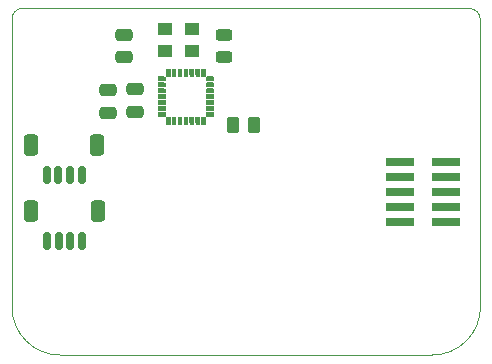
<source format=gbr>
G04 #@! TF.GenerationSoftware,KiCad,Pcbnew,(6.0.0)*
G04 #@! TF.CreationDate,2022-07-24T15:27:52-05:00*
G04 #@! TF.ProjectId,DriveByWireInputSTM32QFN28,44726976-6542-4795-9769-7265496e7075,rev?*
G04 #@! TF.SameCoordinates,Original*
G04 #@! TF.FileFunction,Paste,Top*
G04 #@! TF.FilePolarity,Positive*
%FSLAX46Y46*%
G04 Gerber Fmt 4.6, Leading zero omitted, Abs format (unit mm)*
G04 Created by KiCad (PCBNEW (6.0.0)) date 2022-07-24 15:27:52*
%MOMM*%
%LPD*%
G01*
G04 APERTURE LIST*
G04 Aperture macros list*
%AMRoundRect*
0 Rectangle with rounded corners*
0 $1 Rounding radius*
0 $2 $3 $4 $5 $6 $7 $8 $9 X,Y pos of 4 corners*
0 Add a 4 corners polygon primitive as box body*
4,1,4,$2,$3,$4,$5,$6,$7,$8,$9,$2,$3,0*
0 Add four circle primitives for the rounded corners*
1,1,$1+$1,$2,$3*
1,1,$1+$1,$4,$5*
1,1,$1+$1,$6,$7*
1,1,$1+$1,$8,$9*
0 Add four rect primitives between the rounded corners*
20,1,$1+$1,$2,$3,$4,$5,0*
20,1,$1+$1,$4,$5,$6,$7,0*
20,1,$1+$1,$6,$7,$8,$9,0*
20,1,$1+$1,$8,$9,$2,$3,0*%
G04 Aperture macros list end*
G04 #@! TA.AperFunction,Profile*
%ADD10C,0.050000*%
G04 #@! TD*
%ADD11C,0.100000*%
%ADD12RoundRect,0.250000X-0.475000X0.250000X-0.475000X-0.250000X0.475000X-0.250000X0.475000X0.250000X0*%
%ADD13RoundRect,0.250000X0.475000X-0.250000X0.475000X0.250000X-0.475000X0.250000X-0.475000X-0.250000X0*%
%ADD14RoundRect,0.150000X-0.150000X-0.625000X0.150000X-0.625000X0.150000X0.625000X-0.150000X0.625000X0*%
%ADD15RoundRect,0.249999X-0.350001X-0.650001X0.350001X-0.650001X0.350001X0.650001X-0.350001X0.650001X0*%
%ADD16RoundRect,0.243750X-0.456250X0.243750X-0.456250X-0.243750X0.456250X-0.243750X0.456250X0.243750X0*%
%ADD17R,1.300000X1.100000*%
%ADD18R,0.599948X0.299974*%
%ADD19R,0.299974X0.599948*%
%ADD20R,2.400000X0.740000*%
%ADD21RoundRect,0.250000X-0.262500X-0.450000X0.262500X-0.450000X0.262500X0.450000X-0.262500X0.450000X0*%
G04 APERTURE END LIST*
D10*
X132588000Y-110680500D02*
G75*
G03*
X136652000Y-114744500I4064000J0D01*
G01*
X172239940Y-86360000D02*
X172250164Y-110667800D01*
X132588000Y-110680500D02*
X132588000Y-86296602D01*
X172239940Y-86360000D02*
G75*
G03*
X171279873Y-85389743I-965162J5095D01*
G01*
X168153080Y-114744500D02*
G75*
G03*
X172250164Y-110667800I22733J4074289D01*
G01*
X171279820Y-85389720D02*
X133489685Y-85389720D01*
X133489685Y-85389720D02*
G75*
G03*
X132588000Y-86296602I0J-901700D01*
G01*
X168153080Y-114744500D02*
X136652000Y-114744500D01*
D11*
X146624953Y-94575986D02*
X146624953Y-95175934D01*
X146624953Y-95175934D02*
X146924927Y-95175934D01*
X146924927Y-95175934D02*
X146924927Y-94575986D01*
X146924927Y-94575986D02*
X146624953Y-94575986D01*
G36*
X146924927Y-95175934D02*
G01*
X146624953Y-95175934D01*
X146624953Y-94575986D01*
X146924927Y-94575986D01*
X146924927Y-95175934D01*
G37*
X146924927Y-95175934D02*
X146624953Y-95175934D01*
X146624953Y-94575986D01*
X146924927Y-94575986D01*
X146924927Y-95175934D01*
X144930646Y-92180893D02*
X144930646Y-92480867D01*
X144930646Y-92480867D02*
X145530594Y-92480867D01*
X145530594Y-92480867D02*
X145530594Y-92180893D01*
X145530594Y-92180893D02*
X144930646Y-92180893D01*
G36*
X145530594Y-92480867D02*
G01*
X144930646Y-92480867D01*
X144930646Y-92180893D01*
X145530594Y-92180893D01*
X145530594Y-92480867D01*
G37*
X145530594Y-92480867D02*
X144930646Y-92480867D01*
X144930646Y-92180893D01*
X145530594Y-92180893D01*
X145530594Y-92480867D01*
X147625713Y-94575986D02*
X147625713Y-95175934D01*
X147625713Y-95175934D02*
X147925687Y-95175934D01*
X147925687Y-95175934D02*
X147925687Y-94575986D01*
X147925687Y-94575986D02*
X147625713Y-94575986D01*
G36*
X147925687Y-95175934D02*
G01*
X147625713Y-95175934D01*
X147625713Y-94575986D01*
X147925687Y-94575986D01*
X147925687Y-95175934D01*
G37*
X147925687Y-95175934D02*
X147625713Y-95175934D01*
X147625713Y-94575986D01*
X147925687Y-94575986D01*
X147925687Y-95175934D01*
X146124573Y-90486586D02*
X146124573Y-91086534D01*
X146124573Y-91086534D02*
X146424547Y-91086534D01*
X146424547Y-91086534D02*
X146424547Y-90486586D01*
X146424547Y-90486586D02*
X146124573Y-90486586D01*
G36*
X146424547Y-91086534D02*
G01*
X146124573Y-91086534D01*
X146124573Y-90486586D01*
X146424547Y-90486586D01*
X146424547Y-91086534D01*
G37*
X146424547Y-91086534D02*
X146124573Y-91086534D01*
X146124573Y-90486586D01*
X146424547Y-90486586D01*
X146424547Y-91086534D01*
X144930646Y-93682033D02*
X144930646Y-93982007D01*
X144930646Y-93982007D02*
X145530594Y-93982007D01*
X145530594Y-93982007D02*
X145530594Y-93682033D01*
X145530594Y-93682033D02*
X144930646Y-93682033D01*
G36*
X145530594Y-93982007D02*
G01*
X144930646Y-93982007D01*
X144930646Y-93682033D01*
X145530594Y-93682033D01*
X145530594Y-93982007D01*
G37*
X145530594Y-93982007D02*
X144930646Y-93982007D01*
X144930646Y-93682033D01*
X145530594Y-93682033D01*
X145530594Y-93982007D01*
X147125333Y-94575986D02*
X147125333Y-95175934D01*
X147125333Y-95175934D02*
X147425307Y-95175934D01*
X147425307Y-95175934D02*
X147425307Y-94575986D01*
X147425307Y-94575986D02*
X147125333Y-94575986D01*
G36*
X147425307Y-95175934D02*
G01*
X147125333Y-95175934D01*
X147125333Y-94575986D01*
X147425307Y-94575986D01*
X147425307Y-95175934D01*
G37*
X147425307Y-95175934D02*
X147125333Y-95175934D01*
X147125333Y-94575986D01*
X147425307Y-94575986D01*
X147425307Y-95175934D01*
X144930646Y-94182413D02*
X144930646Y-94482387D01*
X144930646Y-94482387D02*
X145530594Y-94482387D01*
X145530594Y-94482387D02*
X145530594Y-94182413D01*
X145530594Y-94182413D02*
X144930646Y-94182413D01*
G36*
X145530594Y-94482387D02*
G01*
X144930646Y-94482387D01*
X144930646Y-94182413D01*
X145530594Y-94182413D01*
X145530594Y-94482387D01*
G37*
X145530594Y-94482387D02*
X144930646Y-94482387D01*
X144930646Y-94182413D01*
X145530594Y-94182413D01*
X145530594Y-94482387D01*
X144930646Y-93181653D02*
X144930646Y-93481627D01*
X144930646Y-93481627D02*
X145530594Y-93481627D01*
X145530594Y-93481627D02*
X145530594Y-93181653D01*
X145530594Y-93181653D02*
X144930646Y-93181653D01*
G36*
X145530594Y-93481627D02*
G01*
X144930646Y-93481627D01*
X144930646Y-93181653D01*
X145530594Y-93181653D01*
X145530594Y-93481627D01*
G37*
X145530594Y-93481627D02*
X144930646Y-93481627D01*
X144930646Y-93181653D01*
X145530594Y-93181653D01*
X145530594Y-93481627D01*
X149020046Y-93181653D02*
X149020046Y-93481627D01*
X149020046Y-93481627D02*
X149619994Y-93481627D01*
X149619994Y-93481627D02*
X149619994Y-93181653D01*
X149619994Y-93181653D02*
X149020046Y-93181653D01*
G36*
X149619994Y-93481627D02*
G01*
X149020046Y-93481627D01*
X149020046Y-93181653D01*
X149619994Y-93181653D01*
X149619994Y-93481627D01*
G37*
X149619994Y-93481627D02*
X149020046Y-93481627D01*
X149020046Y-93181653D01*
X149619994Y-93181653D01*
X149619994Y-93481627D01*
X146624953Y-90486586D02*
X146624953Y-91086534D01*
X146624953Y-91086534D02*
X146924927Y-91086534D01*
X146924927Y-91086534D02*
X146924927Y-90486586D01*
X146924927Y-90486586D02*
X146624953Y-90486586D01*
G36*
X146924927Y-91086534D02*
G01*
X146624953Y-91086534D01*
X146624953Y-90486586D01*
X146924927Y-90486586D01*
X146924927Y-91086534D01*
G37*
X146924927Y-91086534D02*
X146624953Y-91086534D01*
X146624953Y-90486586D01*
X146924927Y-90486586D01*
X146924927Y-91086534D01*
X145624193Y-90486586D02*
X145624193Y-91086534D01*
X145624193Y-91086534D02*
X145924167Y-91086534D01*
X145924167Y-91086534D02*
X145924167Y-90486586D01*
X145924167Y-90486586D02*
X145624193Y-90486586D01*
G36*
X145924167Y-91086534D02*
G01*
X145624193Y-91086534D01*
X145624193Y-90486586D01*
X145924167Y-90486586D01*
X145924167Y-91086534D01*
G37*
X145924167Y-91086534D02*
X145624193Y-91086534D01*
X145624193Y-90486586D01*
X145924167Y-90486586D01*
X145924167Y-91086534D01*
X144930646Y-91180133D02*
X144930646Y-91480107D01*
X144930646Y-91480107D02*
X145530594Y-91480107D01*
X145530594Y-91480107D02*
X145530594Y-91180133D01*
X145530594Y-91180133D02*
X144930646Y-91180133D01*
G36*
X145530594Y-91480107D02*
G01*
X144930646Y-91480107D01*
X144930646Y-91180133D01*
X145530594Y-91180133D01*
X145530594Y-91480107D01*
G37*
X145530594Y-91480107D02*
X144930646Y-91480107D01*
X144930646Y-91180133D01*
X145530594Y-91180133D01*
X145530594Y-91480107D01*
X147125333Y-90486586D02*
X147125333Y-91086534D01*
X147125333Y-91086534D02*
X147425307Y-91086534D01*
X147425307Y-91086534D02*
X147425307Y-90486586D01*
X147425307Y-90486586D02*
X147125333Y-90486586D01*
G36*
X147425307Y-91086534D02*
G01*
X147125333Y-91086534D01*
X147125333Y-90486586D01*
X147425307Y-90486586D01*
X147425307Y-91086534D01*
G37*
X147425307Y-91086534D02*
X147125333Y-91086534D01*
X147125333Y-90486586D01*
X147425307Y-90486586D01*
X147425307Y-91086534D01*
X149020046Y-91180133D02*
X149020046Y-91480107D01*
X149020046Y-91480107D02*
X149619994Y-91480107D01*
X149619994Y-91480107D02*
X149619994Y-91180133D01*
X149619994Y-91180133D02*
X149020046Y-91180133D01*
G36*
X149619994Y-91480107D02*
G01*
X149020046Y-91480107D01*
X149020046Y-91180133D01*
X149619994Y-91180133D01*
X149619994Y-91480107D01*
G37*
X149619994Y-91480107D02*
X149020046Y-91480107D01*
X149020046Y-91180133D01*
X149619994Y-91180133D01*
X149619994Y-91480107D01*
X144930646Y-92681273D02*
X144930646Y-92981247D01*
X144930646Y-92981247D02*
X145530594Y-92981247D01*
X145530594Y-92981247D02*
X145530594Y-92681273D01*
X145530594Y-92681273D02*
X144930646Y-92681273D01*
G36*
X145530594Y-92981247D02*
G01*
X144930646Y-92981247D01*
X144930646Y-92681273D01*
X145530594Y-92681273D01*
X145530594Y-92981247D01*
G37*
X145530594Y-92981247D02*
X144930646Y-92981247D01*
X144930646Y-92681273D01*
X145530594Y-92681273D01*
X145530594Y-92981247D01*
X149020046Y-91680513D02*
X149020046Y-91980487D01*
X149020046Y-91980487D02*
X149619994Y-91980487D01*
X149619994Y-91980487D02*
X149619994Y-91680513D01*
X149619994Y-91680513D02*
X149020046Y-91680513D01*
G36*
X149619994Y-91980487D02*
G01*
X149020046Y-91980487D01*
X149020046Y-91680513D01*
X149619994Y-91680513D01*
X149619994Y-91980487D01*
G37*
X149619994Y-91980487D02*
X149020046Y-91980487D01*
X149020046Y-91680513D01*
X149619994Y-91680513D01*
X149619994Y-91980487D01*
X149020046Y-94182413D02*
X149020046Y-94482387D01*
X149020046Y-94482387D02*
X149619994Y-94482387D01*
X149619994Y-94482387D02*
X149619994Y-94182413D01*
X149619994Y-94182413D02*
X149020046Y-94182413D01*
G36*
X149619994Y-94482387D02*
G01*
X149020046Y-94482387D01*
X149020046Y-94182413D01*
X149619994Y-94182413D01*
X149619994Y-94482387D01*
G37*
X149619994Y-94482387D02*
X149020046Y-94482387D01*
X149020046Y-94182413D01*
X149619994Y-94182413D01*
X149619994Y-94482387D01*
X144930646Y-91680513D02*
X144930646Y-91980487D01*
X144930646Y-91980487D02*
X145530594Y-91980487D01*
X145530594Y-91980487D02*
X145530594Y-91680513D01*
X145530594Y-91680513D02*
X144930646Y-91680513D01*
G36*
X145530594Y-91980487D02*
G01*
X144930646Y-91980487D01*
X144930646Y-91680513D01*
X145530594Y-91680513D01*
X145530594Y-91980487D01*
G37*
X145530594Y-91980487D02*
X144930646Y-91980487D01*
X144930646Y-91680513D01*
X145530594Y-91680513D01*
X145530594Y-91980487D01*
X149020046Y-92180893D02*
X149020046Y-92480867D01*
X149020046Y-92480867D02*
X149619994Y-92480867D01*
X149619994Y-92480867D02*
X149619994Y-92180893D01*
X149619994Y-92180893D02*
X149020046Y-92180893D01*
G36*
X149619994Y-92480867D02*
G01*
X149020046Y-92480867D01*
X149020046Y-92180893D01*
X149619994Y-92180893D01*
X149619994Y-92480867D01*
G37*
X149619994Y-92480867D02*
X149020046Y-92480867D01*
X149020046Y-92180893D01*
X149619994Y-92180893D01*
X149619994Y-92480867D01*
X149020046Y-93682033D02*
X149020046Y-93982007D01*
X149020046Y-93982007D02*
X149619994Y-93982007D01*
X149619994Y-93982007D02*
X149619994Y-93682033D01*
X149619994Y-93682033D02*
X149020046Y-93682033D01*
G36*
X149619994Y-93982007D02*
G01*
X149020046Y-93982007D01*
X149020046Y-93682033D01*
X149619994Y-93682033D01*
X149619994Y-93982007D01*
G37*
X149619994Y-93982007D02*
X149020046Y-93982007D01*
X149020046Y-93682033D01*
X149619994Y-93682033D01*
X149619994Y-93982007D01*
X148126093Y-94575986D02*
X148126093Y-95175934D01*
X148126093Y-95175934D02*
X148426067Y-95175934D01*
X148426067Y-95175934D02*
X148426067Y-94575986D01*
X148426067Y-94575986D02*
X148126093Y-94575986D01*
G36*
X148426067Y-95175934D02*
G01*
X148126093Y-95175934D01*
X148126093Y-94575986D01*
X148426067Y-94575986D01*
X148426067Y-95175934D01*
G37*
X148426067Y-95175934D02*
X148126093Y-95175934D01*
X148126093Y-94575986D01*
X148426067Y-94575986D01*
X148426067Y-95175934D01*
X145624193Y-94575986D02*
X145624193Y-95175934D01*
X145624193Y-95175934D02*
X145924167Y-95175934D01*
X145924167Y-95175934D02*
X145924167Y-94575986D01*
X145924167Y-94575986D02*
X145624193Y-94575986D01*
G36*
X145924167Y-95175934D02*
G01*
X145624193Y-95175934D01*
X145624193Y-94575986D01*
X145924167Y-94575986D01*
X145924167Y-95175934D01*
G37*
X145924167Y-95175934D02*
X145624193Y-95175934D01*
X145624193Y-94575986D01*
X145924167Y-94575986D01*
X145924167Y-95175934D01*
X149020046Y-92681273D02*
X149020046Y-92981247D01*
X149020046Y-92981247D02*
X149619994Y-92981247D01*
X149619994Y-92981247D02*
X149619994Y-92681273D01*
X149619994Y-92681273D02*
X149020046Y-92681273D01*
G36*
X149619994Y-92981247D02*
G01*
X149020046Y-92981247D01*
X149020046Y-92681273D01*
X149619994Y-92681273D01*
X149619994Y-92981247D01*
G37*
X149619994Y-92981247D02*
X149020046Y-92981247D01*
X149020046Y-92681273D01*
X149619994Y-92681273D01*
X149619994Y-92981247D01*
X147625713Y-90486586D02*
X147625713Y-91086534D01*
X147625713Y-91086534D02*
X147925687Y-91086534D01*
X147925687Y-91086534D02*
X147925687Y-90486586D01*
X147925687Y-90486586D02*
X147625713Y-90486586D01*
G36*
X147925687Y-91086534D02*
G01*
X147625713Y-91086534D01*
X147625713Y-90486586D01*
X147925687Y-90486586D01*
X147925687Y-91086534D01*
G37*
X147925687Y-91086534D02*
X147625713Y-91086534D01*
X147625713Y-90486586D01*
X147925687Y-90486586D01*
X147925687Y-91086534D01*
X148626473Y-90486586D02*
X148626473Y-91086534D01*
X148626473Y-91086534D02*
X148926447Y-91086534D01*
X148926447Y-91086534D02*
X148926447Y-90486586D01*
X148926447Y-90486586D02*
X148626473Y-90486586D01*
G36*
X148926447Y-91086534D02*
G01*
X148626473Y-91086534D01*
X148626473Y-90486586D01*
X148926447Y-90486586D01*
X148926447Y-91086534D01*
G37*
X148926447Y-91086534D02*
X148626473Y-91086534D01*
X148626473Y-90486586D01*
X148926447Y-90486586D01*
X148926447Y-91086534D01*
X148126093Y-90486586D02*
X148126093Y-91086534D01*
X148126093Y-91086534D02*
X148426067Y-91086534D01*
X148426067Y-91086534D02*
X148426067Y-90486586D01*
X148426067Y-90486586D02*
X148126093Y-90486586D01*
G36*
X148426067Y-91086534D02*
G01*
X148126093Y-91086534D01*
X148126093Y-90486586D01*
X148426067Y-90486586D01*
X148426067Y-91086534D01*
G37*
X148426067Y-91086534D02*
X148126093Y-91086534D01*
X148126093Y-90486586D01*
X148426067Y-90486586D01*
X148426067Y-91086534D01*
X146124573Y-94575986D02*
X146124573Y-95175934D01*
X146124573Y-95175934D02*
X146424547Y-95175934D01*
X146424547Y-95175934D02*
X146424547Y-94575986D01*
X146424547Y-94575986D02*
X146124573Y-94575986D01*
G36*
X146424547Y-95175934D02*
G01*
X146124573Y-95175934D01*
X146124573Y-94575986D01*
X146424547Y-94575986D01*
X146424547Y-95175934D01*
G37*
X146424547Y-95175934D02*
X146124573Y-95175934D01*
X146124573Y-94575986D01*
X146424547Y-94575986D01*
X146424547Y-95175934D01*
X148626473Y-94575986D02*
X148626473Y-95175934D01*
X148626473Y-95175934D02*
X148926447Y-95175934D01*
X148926447Y-95175934D02*
X148926447Y-94575986D01*
X148926447Y-94575986D02*
X148626473Y-94575986D01*
G36*
X148926447Y-95175934D02*
G01*
X148626473Y-95175934D01*
X148626473Y-94575986D01*
X148926447Y-94575986D01*
X148926447Y-95175934D01*
G37*
X148926447Y-95175934D02*
X148626473Y-95175934D01*
X148626473Y-94575986D01*
X148926447Y-94575986D01*
X148926447Y-95175934D01*
D12*
X140729740Y-92323220D03*
X140729740Y-94223220D03*
X143023360Y-92244480D03*
X143023360Y-94144480D03*
D13*
X142048000Y-89539460D03*
X142048000Y-87639460D03*
D14*
X135510000Y-99525000D03*
X136510000Y-99525000D03*
X137510000Y-99525000D03*
X138510000Y-99525000D03*
D15*
X139810000Y-97000000D03*
X134210000Y-97000000D03*
D14*
X135535400Y-105087600D03*
X136535400Y-105087600D03*
X137535400Y-105087600D03*
X138535400Y-105087600D03*
D15*
X134235400Y-102562600D03*
X139835400Y-102562600D03*
D16*
X150526520Y-87626560D03*
X150526520Y-89501560D03*
D17*
X147815720Y-87141620D03*
X145515720Y-87141620D03*
X145515720Y-89041620D03*
X147815720Y-89041620D03*
D18*
X145230620Y-91330120D03*
X145230620Y-91830500D03*
X145230620Y-92330880D03*
X145230620Y-92831260D03*
X145230620Y-93331640D03*
X145230620Y-93832020D03*
X145230620Y-94332400D03*
D19*
X145774180Y-94875960D03*
X146274560Y-94875960D03*
X146774940Y-94875960D03*
X147275320Y-94875960D03*
X147775700Y-94875960D03*
X148276080Y-94875960D03*
X148776460Y-94875960D03*
D18*
X149320020Y-94332400D03*
X149320020Y-93832020D03*
X149320020Y-93331640D03*
X149320020Y-92831260D03*
X149320020Y-92330880D03*
X149320020Y-91830500D03*
X149320020Y-91330120D03*
D19*
X148776460Y-90786560D03*
X148276080Y-90786560D03*
X147775700Y-90786560D03*
X147275320Y-90786560D03*
X146774940Y-90786560D03*
X146274560Y-90786560D03*
X145774180Y-90786560D03*
D20*
X165400000Y-98440000D03*
X169300000Y-98440000D03*
X165400000Y-99710000D03*
X169300000Y-99710000D03*
X165400000Y-100980000D03*
X169300000Y-100980000D03*
X165400000Y-102250000D03*
X169300000Y-102250000D03*
X165400000Y-103520000D03*
X169300000Y-103520000D03*
D21*
X151257500Y-95270000D03*
X153082500Y-95270000D03*
M02*

</source>
